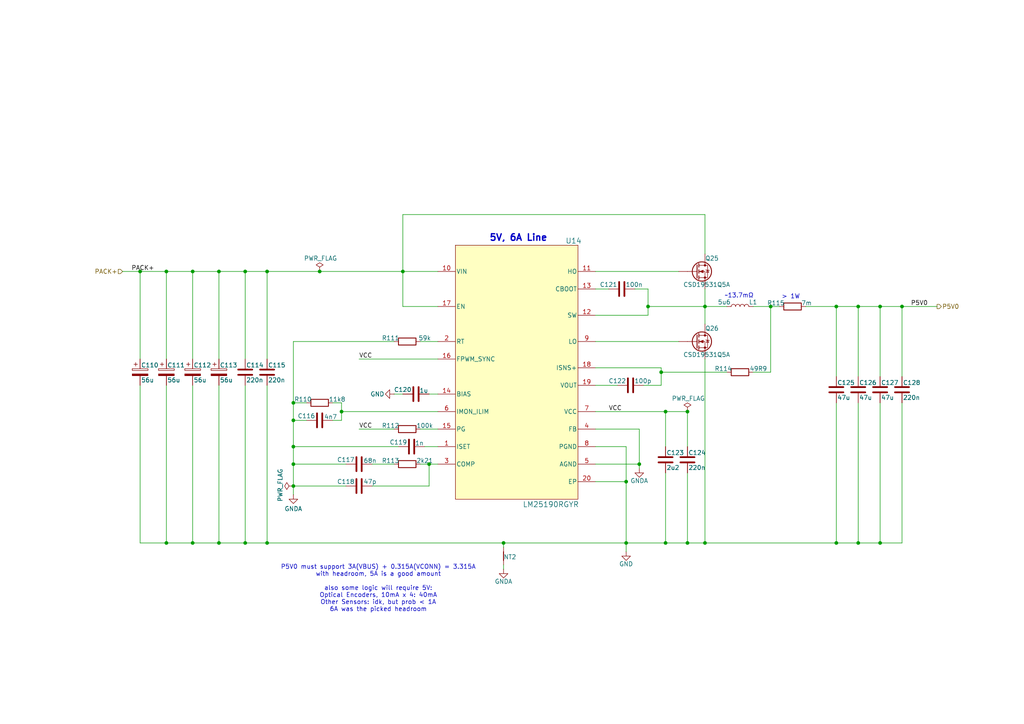
<source format=kicad_sch>
(kicad_sch (version 20250114) (generator "eeschema") (generator_version "9.0")
  (paper "A4")
  (lib_symbols
    (symbol "Device:C" (pin_numbers (hide yes)) (pin_names (offset 0.254))
      (property "Reference" "C" (at 0.635 2.54 0))
      (property "Value" "C" (at 0.635 -2.54 0))
      (symbol "C_0_1"
        (polyline (pts (xy -2.032 0.762) (xy 2.032 0.762)) (stroke (width 0.508)))
        (polyline (pts (xy -2.032 -0.762) (xy 2.032 -0.762)) (stroke (width 0.508)))
      )
      (symbol "C_1_1"
        (pin passive line (at 0 3.81 270) (length 2.794) (name "~") (number "1"))
        (pin passive line (at 0 -3.81 90) (length 2.794) (name "~") (number "2"))
      )
    )
    (symbol "Device:C_Polarized" (pin_numbers (hide yes)) (pin_names (offset 0.254))
      (property "Reference" "C" (at 0.635 2.54 0))
      (property "Value" "C_Polarized" (at 0.635 -2.54 0))
      (symbol "C_Polarized_0_1"
        (rectangle (start -2.286 0.508) (end 2.286 1.016))
        (polyline (pts (xy -1.778 2.286) (xy -0.762 2.286)))
        (polyline (pts (xy -1.27 2.794) (xy -1.27 1.778)))
        (rectangle (start 2.286 -0.508) (end -2.286 -1.016) (fill (type outline)))
      )
      (symbol "C_Polarized_1_1"
        (pin passive line (at 0 3.81 270) (length 2.794) (name "~") (number "1"))
        (pin passive line (at 0 -3.81 90) (length 2.794) (name "~") (number "2"))
      )
    )
    (symbol "Device:L" (pin_numbers (hide yes)) (pin_names (offset 1.016) (hide yes))
      (property "Reference" "L" (at -1.27 0 90))
      (property "Value" "L" (at 1.905 0 90))
      (symbol "L_0_1"
        (arc (start 0 2.54) (mid 0.6323 1.905) (end 0 1.27))
        (arc (start 0 1.27) (mid 0.6323 0.635) (end 0 0))
        (arc (start 0 0) (mid 0.6323 -0.635) (end 0 -1.27))
        (arc (start 0 -1.27) (mid 0.6323 -1.905) (end 0 -2.54))
      )
      (symbol "L_1_1"
        (pin passive line (at 0 3.81 270) (length 1.27) (name "1") (number "1"))
        (pin passive line (at 0 -3.81 90) (length 1.27) (name "2") (number "2"))
      )
    )
    (symbol "Device:NetTie_2" (pin_numbers (hide yes)) (pin_names (offset 0) (hide yes)) (in_bom no)
      (property "Reference" "NT" (at 0 1.27 0))
      (property "Value" "NetTie_2" (at 0 -1.27 0))
      (symbol "NetTie_2_0_1"
        (polyline (pts (xy -1.27 0) (xy 1.27 0)) (stroke (width 0.254)))
      )
      (symbol "NetTie_2_1_1"
        (pin passive line (at -2.54 0 0) (length 2.54) (name "1") (number "1"))
        (pin passive line (at 2.54 0 180) (length 2.54) (name "2") (number "2"))
      )
    )
    (symbol "Device:R" (pin_numbers (hide yes)) (pin_names (offset 0))
      (property "Reference" "R" (at 2.032 0 90))
      (property "Value" "R" (at 0 0 90))
      (symbol "R_0_1"
        (rectangle (start -1.016 -2.54) (end 1.016 2.54) (stroke (width 0.254)))
      )
      (symbol "R_1_1"
        (pin passive line (at 0 3.81 270) (length 1.27) (name "~") (number "1"))
        (pin passive line (at 0 -3.81 90) (length 1.27) (name "~") (number "2"))
      )
    )
    (symbol "LM25190RGYR:LM25190RGYR" (pin_names (offset 0.254))
      (property "Reference" "U" (at 0 2.54 0))
      (property "Value" "LM25190RGYR" (at 0 0 0))
      (symbol "LM25190RGYR_0_1"
        (pin power_in line (at 0 0 0) (length 5.08) (name "VIN") (number "10"))
        (pin input line (at 0 -10.16 0) (length 5.08) (name "EN") (number "17"))
        (pin unspecified line (at 0 -20.32 0) (length 5.08) (name "RT") (number "2"))
        (pin input line (at 0 -25.4 0) (length 5.08) (name "FPWM_SYNC") (number "16"))
        (pin unspecified line (at 0 -35.56 0) (length 5.08) (name "BIAS") (number "14"))
        (pin unspecified line (at 0 -40.64 0) (length 5.08) (name "IMON_ILIM") (number "6"))
        (pin open_collector line (at 0 -45.72 0) (length 5.08) (name "PG") (number "15"))
        (pin unspecified line (at 0 -50.8 0) (length 5.08) (name "ISET") (number "1"))
        (pin unspecified line (at 0 -55.88 0) (length 5.08) (name "COMP") (number "3"))
        (pin unspecified line (at 45.72 0 180) (length 5.08) (name "HO") (number "11"))
        (pin unspecified line (at 45.72 -5.08 180) (length 5.08) (name "CBOOT") (number "13"))
        (pin unspecified line (at 45.72 -12.7 180) (length 5.08) (name "SW") (number "12"))
        (pin unspecified line (at 45.72 -20.32 180) (length 5.08) (name "LO") (number "9"))
        (pin unspecified line (at 45.72 -27.94 180) (length 5.08) (name "ISNS+") (number "18"))
        (pin unspecified line (at 45.72 -33.02 180) (length 5.08) (name "VOUT") (number "19"))
        (pin power_in line (at 45.72 -40.64 180) (length 5.08) (name "VCC") (number "7"))
        (pin unspecified line (at 45.72 -45.72 180) (length 5.08) (name "FB") (number "4"))
        (pin power_in line (at 45.72 -50.8 180) (length 5.08) (name "PGND") (number "8"))
        (pin power_in line (at 45.72 -55.88 180) (length 5.08) (name "AGND") (number "5"))
        (pin power_in line (at 45.72 -60.96 180) (length 5.08) (name "EP") (number "20"))
      )
      (symbol "LM25190RGYR_1_1"
        (rectangle (start 5.08 7.62) (end 40.64 -66.04) (fill (type background)))
      )
    )
    (symbol "Transistor_FET:CSD19531Q5A" (pin_numbers (hide yes)) (pin_names (hide yes))
      (property "Reference" "Q" (at 5.08 1.905 0))
      (property "Value" "CSD19531Q5A" (at 5.08 0 0))
      (symbol "CSD19531Q5A_0_1"
        (polyline (pts (xy 0.254 1.905) (xy 0.254 -1.905)) (stroke (width 0.254)))
        (polyline (pts (xy 0.254 0) (xy -2.54 0)))
        (polyline (pts (xy 0.762 2.286) (xy 0.762 1.27)) (stroke (width 0.254)))
        (polyline (pts (xy 0.762 0.508) (xy 0.762 -0.508)) (stroke (width 0.254)))
        (polyline (pts (xy 0.762 -1.27) (xy 0.762 -2.286)) (stroke (width 0.254)))
        (polyline (pts (xy 0.762 -1.778) (xy 3.302 -1.778) (xy 3.302 1.778) (xy 0.762 1.778)))
        (polyline (pts (xy 1.016 0) (xy 2.032 0.381) (xy 2.032 -0.381) (xy 1.016 0)) (fill (type outline)))
        (circle (center 1.651 0) (radius 2.794) (stroke (width 0.254)))
        (polyline (pts (xy 2.54 2.54) (xy 2.54 1.778)))
        (circle (center 2.54 1.778) (radius 0.254) (fill (type outline)))
        (circle (center 2.54 -1.778) (radius 0.254) (fill (type outline)))
        (polyline (pts (xy 2.54 -2.54) (xy 2.54 0) (xy 0.762 0)))
        (polyline (pts (xy 2.794 0.508) (xy 2.921 0.381) (xy 3.683 0.381) (xy 3.81 0.254)))
        (polyline (pts (xy 3.302 0.381) (xy 2.921 -0.254) (xy 3.683 -0.254) (xy 3.302 0.381)))
      )
      (symbol "CSD19531Q5A_1_1"
        (pin passive line (at -5.08 0 0) (length 2.54) (name "G") (number "4"))
        (pin passive line (at 2.54 5.08 270) (length 2.54) (name "D") (number "5"))
        (pin passive line (at 2.54 -5.08 90) (length 2.54) (name "S") (number "1"))
        (pin passive line (at 2.54 -5.08 90) (length 2.54) (hide yes) (name "S") (number "2"))
        (pin passive line (at 2.54 -5.08 90) (length 2.54) (hide yes) (name "S") (number "3"))
      )
    )
    (symbol "power:GND" (power) (pin_numbers (hide yes)) (pin_names (offset 0) (hide yes))
      (property "Value" "GND" (at 0 -3.81 0))
      (symbol "GND_0_1"
        (polyline (pts (xy 0 0) (xy 0 -1.27) (xy 1.27 -1.27) (xy 0 -2.54) (xy -1.27 -1.27) (xy 0 -1.27)))
      )
      (symbol "GND_1_1"
        (pin power_in line (at 0 0 270) (length 0) (name "~") (number "1"))
      )
    )
    (symbol "power:GNDA" (power) (pin_numbers (hide yes)) (pin_names (offset 0) (hide yes))
      (property "Value" "GNDA" (at 0 -3.81 0))
      (symbol "GNDA_0_1"
        (polyline (pts (xy 0 0) (xy 0 -1.27) (xy 1.27 -1.27) (xy 0 -2.54) (xy -1.27 -1.27) (xy 0 -1.27)))
      )
      (symbol "GNDA_1_1"
        (pin power_in line (at 0 0 270) (length 0) (name "~") (number "1"))
      )
    )
    (symbol "power:PWR_FLAG" (power) (pin_numbers (hide yes)) (pin_names (offset 0) (hide yes))
      (property "Value" "PWR_FLAG" (at 0 3.81 0))
      (symbol "PWR_FLAG_0_0"
        (pin power_out line (at 0 0 90) (length 0) (name "~") (number "1"))
      )
      (symbol "PWR_FLAG_0_1"
        (polyline (pts (xy 0 0) (xy 0 1.27) (xy -1.016 1.905) (xy 0 2.54) (xy 1.016 1.905) (xy 0 1.27)))
      )
    )
  )
  (text "P5V0 must support 3A(VBUS) + 0.315A(VCONN) = 3.315A\nwith headroom, 5A is a good amount\n\nalso some logic will require 5V:\nOptical Encoders, 10mA x 4: 40mA\nOther Sensors: idk, but prob < 1A\n6A was the picked headroom" (at 109.728 170.688 0) (effects (font (size 1.27 1.27))))
  (text "~13.7mΩ" (at 214.376 85.852 0) (effects (font (size 1.27 1.27))))
  (text "> 1W" (at 229.362 86.106 0) (effects (font (size 1.27 1.27))))
  (text "5V, 6A Line" (at 150.368 69.088 0) (effects (font (size 1.905 1.905) (thickness 0.381) (bold yes))))
  (junction (at 199.39 119.38))
  (junction (at 199.39 157.48))
  (junction (at 85.09 121.92))
  (junction (at 92.71 78.74))
  (junction (at 48.26 157.48))
  (junction (at 85.09 116.84))
  (junction (at 248.92 157.48))
  (junction (at 181.61 157.48))
  (junction (at 193.04 119.38))
  (junction (at 124.46 134.62))
  (junction (at 55.88 78.74))
  (junction (at 63.5 157.48))
  (junction (at 55.88 157.48))
  (junction (at 255.27 88.9))
  (junction (at 85.09 140.97))
  (junction (at 71.12 157.48))
  (junction (at 146.05 157.48))
  (junction (at 248.92 88.9))
  (junction (at 77.47 157.48))
  (junction (at 191.77 107.95))
  (junction (at 63.5 78.74))
  (junction (at 181.61 139.7))
  (junction (at 99.06 119.38))
  (junction (at 242.57 157.48))
  (junction (at 204.47 88.9))
  (junction (at 77.47 78.74))
  (junction (at 116.84 78.74))
  (junction (at 71.12 78.74))
  (junction (at 185.42 134.62))
  (junction (at 255.27 157.48))
  (junction (at 40.64 78.74))
  (junction (at 223.52 88.9))
  (junction (at 48.26 78.74))
  (junction (at 204.47 157.48))
  (junction (at 193.04 157.48))
  (junction (at 187.96 88.9))
  (junction (at 242.57 88.9))
  (junction (at 261.62 88.9))
  (junction (at 85.09 129.54))
  (junction (at 85.09 134.62))
  (wire (pts (xy 187.96 88.9) (xy 187.96 91.44)))
  (wire (pts (xy 193.04 157.48) (xy 199.39 157.48)))
  (wire (pts (xy 261.62 88.9) (xy 271.78 88.9)))
  (wire (pts (xy 121.92 134.62) (xy 124.46 134.62)))
  (wire (pts (xy 77.47 157.48) (xy 146.05 157.48)))
  (wire (pts (xy 204.47 88.9) (xy 204.47 93.98)))
  (wire (pts (xy 172.72 106.68) (xy 191.77 106.68)))
  (wire (pts (xy 121.92 124.46) (xy 127 124.46)))
  (wire (pts (xy 233.68 88.9) (xy 242.57 88.9)))
  (wire (pts (xy 123.19 129.54) (xy 127 129.54)))
  (wire (pts (xy 40.64 111.76) (xy 40.64 157.48)))
  (wire (pts (xy 48.26 157.48) (xy 55.88 157.48)))
  (wire (pts (xy 204.47 62.23) (xy 204.47 73.66)))
  (wire (pts (xy 172.72 124.46) (xy 185.42 124.46)))
  (wire (pts (xy 55.88 157.48) (xy 63.5 157.48)))
  (wire (pts (xy 124.46 114.3) (xy 127 114.3)))
  (wire (pts (xy 172.72 78.74) (xy 196.85 78.74)))
  (wire (pts (xy 107.95 140.97) (xy 124.46 140.97)))
  (wire (pts (xy 218.44 88.9) (xy 223.52 88.9)))
  (wire (pts (xy 248.92 157.48) (xy 255.27 157.48)))
  (wire (pts (xy 116.84 88.9) (xy 127 88.9)))
  (wire (pts (xy 181.61 129.54) (xy 181.61 139.7)))
  (wire (pts (xy 172.72 139.7) (xy 181.61 139.7)))
  (wire (pts (xy 172.72 99.06) (xy 196.85 99.06)))
  (wire (pts (xy 116.84 78.74) (xy 116.84 88.9)))
  (wire (pts (xy 261.62 88.9) (xy 261.62 109.22)))
  (wire (pts (xy 107.95 134.62) (xy 114.3 134.62)))
  (wire (pts (xy 85.09 129.54) (xy 115.57 129.54)))
  (wire (pts (xy 85.09 99.06) (xy 85.09 116.84)))
  (wire (pts (xy 223.52 88.9) (xy 223.52 107.95)))
  (wire (pts (xy 124.46 134.62) (xy 127 134.62)))
  (wire (pts (xy 172.72 111.76) (xy 179.07 111.76)))
  (wire (pts (xy 96.52 116.84) (xy 99.06 116.84)))
  (wire (pts (xy 223.52 88.9) (xy 226.06 88.9)))
  (wire (pts (xy 185.42 124.46) (xy 185.42 134.62)))
  (wire (pts (xy 242.57 88.9) (xy 248.92 88.9)))
  (wire (pts (xy 116.84 78.74) (xy 127 78.74)))
  (wire (pts (xy 99.06 116.84) (xy 99.06 119.38)))
  (wire (pts (xy 255.27 157.48) (xy 261.62 157.48)))
  (wire (pts (xy 204.47 157.48) (xy 242.57 157.48)))
  (wire (pts (xy 261.62 116.84) (xy 261.62 157.48)))
  (wire (pts (xy 255.27 88.9) (xy 255.27 109.22)))
  (wire (pts (xy 40.64 78.74) (xy 48.26 78.74)))
  (wire (pts (xy 255.27 116.84) (xy 255.27 157.48)))
  (wire (pts (xy 77.47 78.74) (xy 77.47 104.14)))
  (wire (pts (xy 99.06 119.38) (xy 127 119.38)))
  (wire (pts (xy 55.88 111.76) (xy 55.88 157.48)))
  (wire (pts (xy 85.09 140.97) (xy 100.33 140.97)))
  (wire (pts (xy 63.5 157.48) (xy 71.12 157.48)))
  (wire (pts (xy 146.05 158.75) (xy 146.05 157.48)))
  (wire (pts (xy 85.09 121.92) (xy 88.9 121.92)))
  (wire (pts (xy 146.05 165.1) (xy 146.05 163.83)))
  (wire (pts (xy 99.06 119.38) (xy 99.06 121.92)))
  (wire (pts (xy 104.14 124.46) (xy 114.3 124.46)))
  (wire (pts (xy 193.04 119.38) (xy 199.39 119.38)))
  (wire (pts (xy 92.71 78.74) (xy 116.84 78.74)))
  (wire (pts (xy 242.57 88.9) (xy 242.57 109.22)))
  (wire (pts (xy 172.72 134.62) (xy 185.42 134.62)))
  (wire (pts (xy 185.42 134.62) (xy 185.42 135.89)))
  (wire (pts (xy 77.47 78.74) (xy 92.71 78.74)))
  (wire (pts (xy 85.09 116.84) (xy 88.9 116.84)))
  (wire (pts (xy 248.92 116.84) (xy 248.92 157.48)))
  (wire (pts (xy 71.12 111.76) (xy 71.12 157.48)))
  (wire (pts (xy 48.26 78.74) (xy 48.26 104.14)))
  (wire (pts (xy 55.88 78.74) (xy 55.88 104.14)))
  (wire (pts (xy 191.77 107.95) (xy 191.77 111.76)))
  (wire (pts (xy 242.57 157.48) (xy 248.92 157.48)))
  (wire (pts (xy 96.52 121.92) (xy 99.06 121.92)))
  (wire (pts (xy 181.61 157.48) (xy 181.61 160.02)))
  (wire (pts (xy 116.84 62.23) (xy 116.84 78.74)))
  (wire (pts (xy 114.3 114.3) (xy 116.84 114.3)))
  (wire (pts (xy 77.47 111.76) (xy 77.47 157.48)))
  (wire (pts (xy 85.09 134.62) (xy 100.33 134.62)))
  (wire (pts (xy 104.14 104.14) (xy 127 104.14)))
  (wire (pts (xy 204.47 83.82) (xy 204.47 88.9)))
  (wire (pts (xy 121.92 99.06) (xy 127 99.06)))
  (wire (pts (xy 184.15 83.82) (xy 187.96 83.82)))
  (wire (pts (xy 242.57 116.84) (xy 242.57 157.48)))
  (wire (pts (xy 199.39 137.16) (xy 199.39 157.48)))
  (wire (pts (xy 172.72 129.54) (xy 181.61 129.54)))
  (wire (pts (xy 71.12 157.48) (xy 77.47 157.48)))
  (wire (pts (xy 172.72 83.82) (xy 176.53 83.82)))
  (wire (pts (xy 85.09 134.62) (xy 85.09 140.97)))
  (wire (pts (xy 181.61 139.7) (xy 181.61 157.48)))
  (wire (pts (xy 85.09 99.06) (xy 114.3 99.06)))
  (wire (pts (xy 85.09 140.97) (xy 85.09 143.51)))
  (wire (pts (xy 191.77 106.68) (xy 191.77 107.95)))
  (wire (pts (xy 204.47 104.14) (xy 204.47 157.48)))
  (wire (pts (xy 71.12 78.74) (xy 71.12 104.14)))
  (wire (pts (xy 71.12 78.74) (xy 77.47 78.74)))
  (wire (pts (xy 248.92 88.9) (xy 248.92 109.22)))
  (wire (pts (xy 204.47 88.9) (xy 210.82 88.9)))
  (wire (pts (xy 187.96 83.82) (xy 187.96 88.9)))
  (wire (pts (xy 55.88 78.74) (xy 63.5 78.74)))
  (wire (pts (xy 40.64 157.48) (xy 48.26 157.48)))
  (wire (pts (xy 186.69 111.76) (xy 191.77 111.76)))
  (wire (pts (xy 255.27 88.9) (xy 261.62 88.9)))
  (wire (pts (xy 63.5 78.74) (xy 63.5 104.14)))
  (wire (pts (xy 85.09 129.54) (xy 85.09 134.62)))
  (wire (pts (xy 172.72 119.38) (xy 193.04 119.38)))
  (wire (pts (xy 40.64 78.74) (xy 40.64 104.14)))
  (wire (pts (xy 146.05 157.48) (xy 181.61 157.48)))
  (wire (pts (xy 187.96 88.9) (xy 204.47 88.9)))
  (wire (pts (xy 199.39 119.38) (xy 199.39 129.54)))
  (wire (pts (xy 116.84 62.23) (xy 204.47 62.23)))
  (wire (pts (xy 191.77 107.95) (xy 210.82 107.95)))
  (wire (pts (xy 85.09 116.84) (xy 85.09 121.92)))
  (wire (pts (xy 48.26 78.74) (xy 55.88 78.74)))
  (wire (pts (xy 124.46 134.62) (xy 124.46 140.97)))
  (wire (pts (xy 48.26 111.76) (xy 48.26 157.48)))
  (wire (pts (xy 248.92 88.9) (xy 255.27 88.9)))
  (wire (pts (xy 193.04 119.38) (xy 193.04 129.54)))
  (wire (pts (xy 63.5 111.76) (xy 63.5 157.48)))
  (wire (pts (xy 35.56 78.74) (xy 40.64 78.74)))
  (wire (pts (xy 218.44 107.95) (xy 223.52 107.95)))
  (wire (pts (xy 172.72 91.44) (xy 187.96 91.44)))
  (wire (pts (xy 181.61 157.48) (xy 193.04 157.48)))
  (wire (pts (xy 85.09 121.92) (xy 85.09 129.54)))
  (wire (pts (xy 199.39 157.48) (xy 204.47 157.48)))
  (wire (pts (xy 193.04 137.16) (xy 193.04 157.48)))
  (wire (pts (xy 63.5 78.74) (xy 71.12 78.74)))
  (label "VCC" (at 176.53 119.38 0))
  (label "PACK+" (at 38.1 78.74 0))
  (label "P5V0" (at 264.16 88.9 0))
  (label "VCC" (at 104.14 104.14 0))
  (label "VCC" (at 104.14 124.46 0))
  (hierarchical_label "P5V0" (shape output) (at 271.78 88.9 0))
  (hierarchical_label "PACK+" (shape input) (at 35.56 78.74 180))
  (symbol (lib_id "power:PWR_FLAG") (at 92.71 78.74 0) (unit 1)
    (property "Reference" "#FLG014" (effects (hide yes)))
    (property "Value" "PWR_FLAG" (at 92.964 74.93 0))
    (property "Description" "Special symbol for telling ERC where power comes from" (effects (hide yes)))
  )
  (symbol (lib_id "power:GND") (at 114.3 114.3 270) (unit 1)
    (property "Reference" "#PWR065" (effects (hide yes)))
    (property "Value" "GND" (at 111.506 114.3 90) (effects (justify right)))
    (property "Description" "Power symbol creates a global label with name \"GND\" , ground" (effects (hide yes)))
  )
  (symbol (lib_id "Transistor_FET:CSD19531Q5A") (at 201.93 78.74 0) (unit 1)
    (property "Reference" "Q25" (at 206.502 74.93 0))
    (property "Value" "CSD19531Q5A" (at 204.978 82.55 0))
    (property "Footprint" "Package_TO_SOT_SMD:TDSON-8-1" (effects (hide yes)))
    (property "Datasheet" "http://www.ti.com/lit/gpn/csd19531q5a" (effects (hide yes)))
    (property "Description" "100A Id, 100V Vds, NexFET N-Channel Power MOSFET, 6.4mOhm Ron, 37nC Qg(typ), SON8 5x6mm" (effects (hide yes)))
  )
  (symbol (lib_id "Device:C_Polarized") (at 48.26 107.95 0) (unit 1)
    (property "Reference" "C111" (at 48.514 105.918 0) (effects (justify left)))
    (property "Value" "56u" (at 48.514 110.236 0) (effects (justify left)))
    (property "Description" "Polarized capacitor" (effects (hide yes)))
  )
  (symbol (lib_id "Device:C") (at 180.34 83.82 90) (unit 1)
    (property "Reference" "C121" (at 179.07 82.55 90) (effects (justify left)))
    (property "Value" "100n" (at 186.436 82.55 90) (effects (justify left)))
    (property "Description" "Unpolarized capacitor" (effects (hide yes)))
  )
  (symbol (lib_id "Device:C") (at 104.14 134.62 90) (unit 1)
    (property "Reference" "C117" (at 102.87 133.35 90) (effects (justify left)))
    (property "Value" "68n" (at 109.22 133.604 90) (effects (justify left)))
    (property "Description" "Unpolarized capacitor" (effects (hide yes)))
  )
  (symbol (lib_id "Device:C") (at 119.38 129.54 90) (unit 1)
    (property "Reference" "C119" (at 118.11 128.27 90) (effects (justify left)))
    (property "Value" "1n" (at 122.936 128.524 90) (effects (justify left)))
    (property "Description" "Unpolarized capacitor" (effects (hide yes)))
  )
  (symbol (lib_id "Device:C") (at 77.47 107.95 0) (unit 1)
    (property "Reference" "C115" (at 77.724 105.918 0) (effects (justify left)))
    (property "Value" "220n" (at 77.724 110.236 0) (effects (justify left)))
    (property "Description" "Unpolarized capacitor" (effects (hide yes)))
  )
  (symbol (lib_id "Device:L") (at 214.63 88.9 90) (unit 1)
    (property "Reference" "L1" (at 218.44 87.63 90))
    (property "Value" "5u6" (at 210.058 87.63 90))
    (property "Description" "Inductor" (effects (hide yes)))
  )
  (symbol (lib_id "LM25190RGYR:LM25190RGYR") (at 127 78.74 0) (unit 1)
    (property "Reference" "U14" (at 166.37 69.85 0) (effects (font (size 1.524 1.524))))
    (property "Value" "LM25190RGYR" (at 159.766 146.304 0) (effects (font (size 1.524 1.524))))
    (property "Footprint" "RGY0019C-MFG" (effects (hide yes)))
    (property "Datasheet" "https://www.ti.com/lit/gpn/lm25190" (effects (hide yes)))
  )
  (symbol (lib_id "Device:C_Polarized") (at 63.5 107.95 0) (unit 1)
    (property "Reference" "C113" (at 63.754 105.918 0) (effects (justify left)))
    (property "Value" "56u" (at 63.754 110.236 0) (effects (justify left)))
    (property "Description" "Polarized capacitor" (effects (hide yes)))
  )
  (symbol (lib_id "power:GNDA") (at 85.09 143.51 0) (unit 1)
    (property "Reference" "#PWR064" (effects (hide yes)))
    (property "Value" "GNDA" (at 85.09 147.574 0))
    (property "Description" "Power symbol creates a global label with name \"GNDA\" , analog ground" (effects (hide yes)))
  )
  (symbol (lib_id "Device:C") (at 120.65 114.3 90) (unit 1)
    (property "Reference" "C120" (at 119.38 113.03 90) (effects (justify left)))
    (property "Value" "1u" (at 124.206 113.284 90) (effects (justify left)))
    (property "Description" "Unpolarized capacitor" (effects (hide yes)))
  )
  (symbol (lib_id "power:GNDA") (at 146.05 165.1 0) (unit 1)
    (property "Reference" "#PWR066" (effects (hide yes)))
    (property "Value" "GNDA" (at 146.05 168.656 0))
    (property "Description" "Power symbol creates a global label with name \"GNDA\" , analog ground" (effects (hide yes)))
  )
  (symbol (lib_id "Transistor_FET:CSD19531Q5A") (at 201.93 99.06 0) (unit 1)
    (property "Reference" "Q26" (at 206.502 95.25 0))
    (property "Value" "CSD19531Q5A" (at 204.978 102.87 0))
    (property "Footprint" "Package_TO_SOT_SMD:TDSON-8-1" (effects (hide yes)))
    (property "Datasheet" "http://www.ti.com/lit/gpn/csd19531q5a" (effects (hide yes)))
    (property "Description" "100A Id, 100V Vds, NexFET N-Channel Power MOSFET, 6.4mOhm Ron, 37nC Qg(typ), SON8 5x6mm" (effects (hide yes)))
  )
  (symbol (lib_id "power:PWR_FLAG") (at 85.09 140.97 90) (unit 1)
    (property "Reference" "#FLG013" (effects (hide yes)))
    (property "Value" "PWR_FLAG" (at 81.28 140.716 0))
    (property "Description" "Special symbol for telling ERC where power comes from" (effects (hide yes)))
  )
  (symbol (lib_id "Device:R") (at 92.71 116.84 90) (mirror x) (unit 1)
    (property "Reference" "R110" (at 87.884 115.824 90))
    (property "Value" "11k8" (at 97.79 115.824 90))
    (property "Description" "Resistor" (effects (hide yes)))
  )
  (symbol (lib_id "Device:C") (at 193.04 133.35 0) (unit 1)
    (property "Reference" "C123" (at 193.294 131.318 0) (effects (justify left)))
    (property "Value" "2u2" (at 193.294 135.636 0) (effects (justify left)))
    (property "Description" "Unpolarized capacitor" (effects (hide yes)))
  )
  (symbol (lib_id "Device:C") (at 182.88 111.76 90) (unit 1)
    (property "Reference" "C122" (at 181.61 110.49 90) (effects (justify left)))
    (property "Value" "100p" (at 188.976 110.49 90) (effects (justify left)))
    (property "Description" "Unpolarized capacitor" (effects (hide yes)))
  )
  (symbol (lib_id "Device:R") (at 118.11 124.46 90) (mirror x) (unit 1)
    (property "Reference" "R112" (at 113.284 123.444 90))
    (property "Value" "100k" (at 123.19 123.444 90))
    (property "Description" "Resistor" (effects (hide yes)))
  )
  (symbol (lib_id "Device:C") (at 104.14 140.97 90) (unit 1)
    (property "Reference" "C118" (at 102.87 139.7 90) (effects (justify left)))
    (property "Value" "47p" (at 109.22 139.7 90) (effects (justify left)))
    (property "Description" "Unpolarized capacitor" (effects (hide yes)))
  )
  (symbol (lib_id "Device:C") (at 92.71 121.92 90) (unit 1)
    (property "Reference" "C116" (at 91.44 120.65 90) (effects (justify left)))
    (property "Value" "4n7" (at 97.79 120.904 90) (effects (justify left)))
    (property "Description" "Unpolarized capacitor" (effects (hide yes)))
  )
  (symbol (lib_id "power:GNDA") (at 185.42 135.89 0) (unit 1)
    (property "Reference" "#PWR068" (effects (hide yes)))
    (property "Value" "GNDA" (at 185.42 139.446 0))
    (property "Description" "Power symbol creates a global label with name \"GNDA\" , analog ground" (effects (hide yes)))
  )
  (symbol (lib_id "Device:C") (at 242.57 113.03 0) (unit 1)
    (property "Reference" "C125" (at 242.824 110.998 0) (effects (justify left)))
    (property "Value" "47u" (at 242.824 115.316 0) (effects (justify left)))
    (property "Description" "Unpolarized capacitor" (effects (hide yes)))
  )
  (symbol (lib_id "power:PWR_FLAG") (at 199.39 119.38 0) (unit 1)
    (property "Reference" "#FLG015" (effects (hide yes)))
    (property "Value" "PWR_FLAG" (at 199.644 115.57 0))
    (property "Description" "Special symbol for telling ERC where power comes from" (effects (hide yes)))
  )
  (symbol (lib_id "Device:C") (at 261.62 113.03 0) (unit 1)
    (property "Reference" "C128" (at 261.874 110.998 0) (effects (justify left)))
    (property "Value" "220n" (at 261.874 115.316 0) (effects (justify left)))
    (property "Description" "Unpolarized capacitor" (effects (hide yes)))
  )
  (symbol (lib_id "Device:C") (at 248.92 113.03 0) (unit 1)
    (property "Reference" "C126" (at 249.174 110.998 0) (effects (justify left)))
    (property "Value" "47u" (at 249.174 115.316 0) (effects (justify left)))
    (property "Description" "Unpolarized capacitor" (effects (hide yes)))
  )
  (symbol (lib_id "Device:NetTie_2") (at 146.05 161.29 90) (unit 1) (in_bom no)
    (property "Reference" "NT2" (at 146.05 161.544 90) (effects (justify right)))
    (property "Value" "NetTie_2" (effects (hide yes)))
    (property "Description" "Net tie, 2 pins" (effects (hide yes)))
  )
  (symbol (lib_id "Device:C_Polarized") (at 40.64 107.95 0) (unit 1)
    (property "Reference" "C110" (at 40.894 105.918 0) (effects (justify left)))
    (property "Value" "56u" (at 40.894 110.236 0) (effects (justify left)))
    (property "Description" "Polarized capacitor" (effects (hide yes)))
  )
  (symbol (lib_id "Device:R") (at 214.63 107.95 90) (mirror x) (unit 1)
    (property "Reference" "R114" (at 209.804 106.934 90))
    (property "Value" "49R9" (at 219.964 106.934 90))
    (property "Description" "Resistor" (effects (hide yes)))
  )
  (symbol (lib_id "Device:C") (at 255.27 113.03 0) (unit 1)
    (property "Reference" "C127" (at 255.524 110.998 0) (effects (justify left)))
    (property "Value" "47u" (at 255.524 115.316 0) (effects (justify left)))
    (property "Description" "Unpolarized capacitor" (effects (hide yes)))
  )
  (symbol (lib_id "Device:C") (at 199.39 133.35 0) (unit 1)
    (property "Reference" "C124" (at 199.644 131.318 0) (effects (justify left)))
    (property "Value" "220n" (at 199.644 135.636 0) (effects (justify left)))
    (property "Description" "Unpolarized capacitor" (effects (hide yes)))
  )
  (symbol (lib_id "Device:R") (at 118.11 99.06 90) (mirror x) (unit 1)
    (property "Reference" "R111" (at 113.284 98.044 90))
    (property "Value" "59k" (at 123.19 98.044 90))
    (property "Description" "Resistor" (effects (hide yes)))
  )
  (symbol (lib_id "Device:R") (at 118.11 134.62 90) (mirror x) (unit 1)
    (property "Reference" "R113" (at 113.284 133.604 90))
    (property "Value" "2k21" (at 123.19 133.604 90))
    (property "Description" "Resistor" (effects (hide yes)))
  )
  (symbol (lib_id "Device:C_Polarized") (at 55.88 107.95 0) (unit 1)
    (property "Reference" "C112" (at 56.134 105.918 0) (effects (justify left)))
    (property "Value" "56u" (at 56.134 110.236 0) (effects (justify left)))
    (property "Description" "Polarized capacitor" (effects (hide yes)))
  )
  (symbol (lib_id "Device:C") (at 71.12 107.95 0) (unit 1)
    (property "Reference" "C114" (at 71.374 105.918 0) (effects (justify left)))
    (property "Value" "220n" (at 71.374 110.236 0) (effects (justify left)))
    (property "Description" "Unpolarized capacitor" (effects (hide yes)))
  )
  (symbol (lib_id "power:GND") (at 181.61 160.02 0) (unit 1)
    (property "Reference" "#PWR067" (effects (hide yes)))
    (property "Value" "GND" (at 183.642 163.576 0) (effects (justify right)))
    (property "Description" "Power symbol creates a global label with name \"GND\" , ground" (effects (hide yes)))
  )
  (symbol (lib_id "Device:R") (at 229.87 88.9 90) (mirror x) (unit 1)
    (property "Reference" "R115" (at 225.044 87.884 90))
    (property "Value" "7m" (at 233.934 87.884 90))
    (property "Description" "Resistor" (effects (hide yes)))
  )
)
</source>
